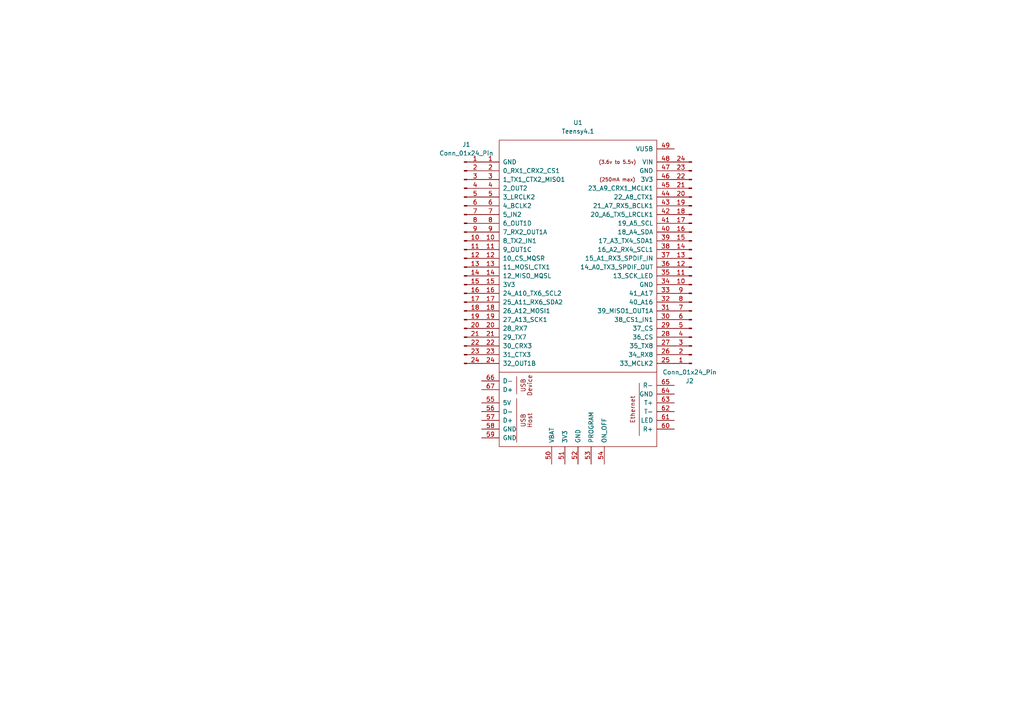
<source format=kicad_sch>
(kicad_sch (version 20231120) (generator "eeschema") (generator_version "8.0")
  (paper "A4")
  (lib_symbols
    (symbol "Connector:Conn_01x24_Pin" (pin_names (offset 1.016) hide)
      (property "Reference" "J" (at 0 30.48 0))
      (property "Value" "Conn_01x24_Pin" (at 0 -33.02 0))
      (symbol "Conn_01x24_Pin_1_1"
        (polyline (pts (xy 1.27 -30.48) (xy 0.8636 -30.48)) (stroke (width 0.1524)))
        (polyline (pts (xy 1.27 -27.94) (xy 0.8636 -27.94)) (stroke (width 0.1524)))
        (polyline (pts (xy 1.27 -25.4) (xy 0.8636 -25.4)) (stroke (width 0.1524)))
        (polyline (pts (xy 1.27 -22.86) (xy 0.8636 -22.86)) (stroke (width 0.1524)))
        (polyline (pts (xy 1.27 -20.32) (xy 0.8636 -20.32)) (stroke (width 0.1524)))
        (polyline (pts (xy 1.27 -17.78) (xy 0.8636 -17.78)) (stroke (width 0.1524)))
        (polyline (pts (xy 1.27 -15.24) (xy 0.8636 -15.24)) (stroke (width 0.1524)))
        (polyline (pts (xy 1.27 -12.7) (xy 0.8636 -12.7)) (stroke (width 0.1524)))
        (polyline (pts (xy 1.27 -10.16) (xy 0.8636 -10.16)) (stroke (width 0.1524)))
        (polyline (pts (xy 1.27 -7.62) (xy 0.8636 -7.62)) (stroke (width 0.1524)))
        (polyline (pts (xy 1.27 -5.08) (xy 0.8636 -5.08)) (stroke (width 0.1524)))
        (polyline (pts (xy 1.27 -2.54) (xy 0.8636 -2.54)) (stroke (width 0.1524)))
        (polyline (pts (xy 1.27 0) (xy 0.8636 0)) (stroke (width 0.1524)))
        (polyline (pts (xy 1.27 2.54) (xy 0.8636 2.54)) (stroke (width 0.1524)))
        (polyline (pts (xy 1.27 5.08) (xy 0.8636 5.08)) (stroke (width 0.1524)))
        (polyline (pts (xy 1.27 7.62) (xy 0.8636 7.62)) (stroke (width 0.1524)))
        (polyline (pts (xy 1.27 10.16) (xy 0.8636 10.16)) (stroke (width 0.1524)))
        (polyline (pts (xy 1.27 12.7) (xy 0.8636 12.7)) (stroke (width 0.1524)))
        (polyline (pts (xy 1.27 15.24) (xy 0.8636 15.24)) (stroke (width 0.1524)))
        (polyline (pts (xy 1.27 17.78) (xy 0.8636 17.78)) (stroke (width 0.1524)))
        (polyline (pts (xy 1.27 20.32) (xy 0.8636 20.32)) (stroke (width 0.1524)))
        (polyline (pts (xy 1.27 22.86) (xy 0.8636 22.86)) (stroke (width 0.1524)))
        (polyline (pts (xy 1.27 25.4) (xy 0.8636 25.4)) (stroke (width 0.1524)))
        (polyline (pts (xy 1.27 27.94) (xy 0.8636 27.94)) (stroke (width 0.1524)))
        (rectangle (start 0.8636 -30.353) (end 0 -30.607) (stroke (width 0.1524)) (fill (type outline)))
        (rectangle (start 0.8636 -27.813) (end 0 -28.067) (stroke (width 0.1524)) (fill (type outline)))
        (rectangle (start 0.8636 -25.273) (end 0 -25.527) (stroke (width 0.1524)) (fill (type outline)))
        (rectangle (start 0.8636 -22.733) (end 0 -22.987) (stroke (width 0.1524)) (fill (type outline)))
        (rectangle (start 0.8636 -20.193) (end 0 -20.447) (stroke (width 0.1524)) (fill (type outline)))
        (rectangle (start 0.8636 -17.653) (end 0 -17.907) (stroke (width 0.1524)) (fill (type outline)))
        (rectangle (start 0.8636 -15.113) (end 0 -15.367) (stroke (width 0.1524)) (fill (type outline)))
        (rectangle (start 0.8636 -12.573) (end 0 -12.827) (stroke (width 0.1524)) (fill (type outline)))
        (rectangle (start 0.8636 -10.033) (end 0 -10.287) (stroke (width 0.1524)) (fill (type outline)))
        (rectangle (start 0.8636 -7.493) (end 0 -7.747) (stroke (width 0.1524)) (fill (type outline)))
        (rectangle (start 0.8636 -4.953) (end 0 -5.207) (stroke (width 0.1524)) (fill (type outline)))
        (rectangle (start 0.8636 -2.413) (end 0 -2.667) (stroke (width 0.1524)) (fill (type outline)))
        (rectangle (start 0.8636 0.127) (end 0 -0.127) (stroke (width 0.1524)) (fill (type outline)))
        (rectangle (start 0.8636 2.667) (end 0 2.413) (stroke (width 0.1524)) (fill (type outline)))
        (rectangle (start 0.8636 5.207) (end 0 4.953) (stroke (width 0.1524)) (fill (type outline)))
        (rectangle (start 0.8636 7.747) (end 0 7.493) (stroke (width 0.1524)) (fill (type outline)))
        (rectangle (start 0.8636 10.287) (end 0 10.033) (stroke (width 0.1524)) (fill (type outline)))
        (rectangle (start 0.8636 12.827) (end 0 12.573) (stroke (width 0.1524)) (fill (type outline)))
        (rectangle (start 0.8636 15.367) (end 0 15.113) (stroke (width 0.1524)) (fill (type outline)))
        (rectangle (start 0.8636 17.907) (end 0 17.653) (stroke (width 0.1524)) (fill (type outline)))
        (rectangle (start 0.8636 20.447) (end 0 20.193) (stroke (width 0.1524)) (fill (type outline)))
        (rectangle (start 0.8636 22.987) (end 0 22.733) (stroke (width 0.1524)) (fill (type outline)))
        (rectangle (start 0.8636 25.527) (end 0 25.273) (stroke (width 0.1524)) (fill (type outline)))
        (rectangle (start 0.8636 28.067) (end 0 27.813) (stroke (width 0.1524)) (fill (type outline)))
        (pin passive line (at 5.08 27.94 180) (length 3.81) (name "Pin_1") (number "1"))
        (pin passive line (at 5.08 5.08 180) (length 3.81) (name "Pin_10") (number "10"))
        (pin passive line (at 5.08 2.54 180) (length 3.81) (name "Pin_11") (number "11"))
        (pin passive line (at 5.08 0 180) (length 3.81) (name "Pin_12") (number "12"))
        (pin passive line (at 5.08 -2.54 180) (length 3.81) (name "Pin_13") (number "13"))
        (pin passive line (at 5.08 -5.08 180) (length 3.81) (name "Pin_14") (number "14"))
        (pin passive line (at 5.08 -7.62 180) (length 3.81) (name "Pin_15") (number "15"))
        (pin passive line (at 5.08 -10.16 180) (length 3.81) (name "Pin_16") (number "16"))
        (pin passive line (at 5.08 -12.7 180) (length 3.81) (name "Pin_17") (number "17"))
        (pin passive line (at 5.08 -15.24 180) (length 3.81) (name "Pin_18") (number "18"))
        (pin passive line (at 5.08 -17.78 180) (length 3.81) (name "Pin_19") (number "19"))
        (pin passive line (at 5.08 25.4 180) (length 3.81) (name "Pin_2") (number "2"))
        (pin passive line (at 5.08 -20.32 180) (length 3.81) (name "Pin_20") (number "20"))
        (pin passive line (at 5.08 -22.86 180) (length 3.81) (name "Pin_21") (number "21"))
        (pin passive line (at 5.08 -25.4 180) (length 3.81) (name "Pin_22") (number "22"))
        (pin passive line (at 5.08 -27.94 180) (length 3.81) (name "Pin_23") (number "23"))
        (pin passive line (at 5.08 -30.48 180) (length 3.81) (name "Pin_24") (number "24"))
        (pin passive line (at 5.08 22.86 180) (length 3.81) (name "Pin_3") (number "3"))
        (pin passive line (at 5.08 20.32 180) (length 3.81) (name "Pin_4") (number "4"))
        (pin passive line (at 5.08 17.78 180) (length 3.81) (name "Pin_5") (number "5"))
        (pin passive line (at 5.08 15.24 180) (length 3.81) (name "Pin_6") (number "6"))
        (pin passive line (at 5.08 12.7 180) (length 3.81) (name "Pin_7") (number "7"))
        (pin passive line (at 5.08 10.16 180) (length 3.81) (name "Pin_8") (number "8"))
        (pin passive line (at 5.08 7.62 180) (length 3.81) (name "Pin_9") (number "9"))
      )
    )
    (symbol "teensy:Teensy4.1" (pin_names (offset 1.016))
      (property "Reference" "U" (at 0 64.77 0))
      (property "Value" "Teensy4.1" (at 0 62.23 0))
      (symbol "Teensy4.1_0_0"
        (polyline (pts (xy -22.86 -6.35) (xy 22.86 -6.35)))
        (polyline (pts (xy -17.78 -26.67) (xy -17.78 -13.97)))
        (polyline (pts (xy -17.78 -7.62) (xy -17.78 -12.7)))
        (polyline (pts (xy 17.78 -9.525) (xy 17.78 -24.765)))
        (text "(250mA max)" (at 11.43 49.53 0) (effects (font (size 1.016 1.016))))
        (text "(3.6v to 5.5v)" (at 11.43 54.61 0) (effects (font (size 1.016 1.016))))
        (text "Device" (at -13.97 -10.16 900) (effects (font (size 1.27 1.27))))
        (text "Ethernet" (at 15.875 -17.145 900) (effects (font (size 1.27 1.27))))
        (text "Host" (at -13.97 -20.32 900) (effects (font (size 1.27 1.27))))
        (text "USB" (at -15.875 -20.32 900) (effects (font (size 1.27 1.27))))
        (text "USB" (at -15.875 -10.16 900) (effects (font (size 1.27 1.27))))
        (pin bidirectional line (at -27.94 31.75 0) (length 5.08) (name "8_TX2_IN1") (number "10"))
        (pin bidirectional line (at -27.94 29.21 0) (length 5.08) (name "9_OUT1C") (number "11"))
        (pin bidirectional line (at -27.94 26.67 0) (length 5.08) (name "10_CS_MQSR") (number "12"))
        (pin bidirectional line (at -27.94 24.13 0) (length 5.08) (name "11_MOSI_CTX1") (number "13"))
        (pin bidirectional line (at -27.94 21.59 0) (length 5.08) (name "12_MISO_MQSL") (number "14"))
        (pin power_in line (at -27.94 19.05 0) (length 5.08) (name "3V3") (number "15"))
        (pin bidirectional line (at -27.94 16.51 0) (length 5.08) (name "24_A10_TX6_SCL2") (number "16"))
        (pin bidirectional line (at -27.94 13.97 0) (length 5.08) (name "25_A11_RX6_SDA2") (number "17"))
        (pin bidirectional line (at -27.94 11.43 0) (length 5.08) (name "26_A12_MOSI1") (number "18"))
        (pin bidirectional line (at -27.94 8.89 0) (length 5.08) (name "27_A13_SCK1") (number "19"))
        (pin bidirectional line (at -27.94 6.35 0) (length 5.08) (name "28_RX7") (number "20"))
        (pin bidirectional line (at -27.94 3.81 0) (length 5.08) (name "29_TX7") (number "21"))
        (pin bidirectional line (at -27.94 1.27 0) (length 5.08) (name "30_CRX3") (number "22"))
        (pin bidirectional line (at -27.94 -1.27 0) (length 5.08) (name "31_CTX3") (number "23"))
        (pin bidirectional line (at -27.94 -3.81 0) (length 5.08) (name "32_OUT1B") (number "24"))
        (pin bidirectional line (at 27.94 -3.81 180) (length 5.08) (name "33_MCLK2") (number "25"))
        (pin bidirectional line (at 27.94 -1.27 180) (length 5.08) (name "34_RX8") (number "26"))
        (pin bidirectional line (at 27.94 1.27 180) (length 5.08) (name "35_TX8") (number "27"))
        (pin bidirectional line (at 27.94 3.81 180) (length 5.08) (name "36_CS") (number "28"))
        (pin bidirectional line (at 27.94 6.35 180) (length 5.08) (name "37_CS") (number "29"))
        (pin bidirectional line (at 27.94 8.89 180) (length 5.08) (name "38_CS1_IN1") (number "30"))
        (pin bidirectional line (at 27.94 11.43 180) (length 5.08) (name "39_MISO1_OUT1A") (number "31"))
        (pin bidirectional line (at 27.94 13.97 180) (length 5.08) (name "40_A16") (number "32"))
        (pin bidirectional line (at 27.94 16.51 180) (length 5.08) (name "41_A17") (number "33"))
        (pin bidirectional line (at 27.94 21.59 180) (length 5.08) (name "13_SCK_LED") (number "35"))
        (pin bidirectional line (at 27.94 24.13 180) (length 5.08) (name "14_A0_TX3_SPDIF_OUT") (number "36"))
        (pin bidirectional line (at 27.94 26.67 180) (length 5.08) (name "15_A1_RX3_SPDIF_IN") (number "37"))
        (pin bidirectional line (at 27.94 29.21 180) (length 5.08) (name "16_A2_RX4_SCL1") (number "38"))
        (pin bidirectional line (at 27.94 31.75 180) (length 5.08) (name "17_A3_TX4_SDA1") (number "39"))
        (pin bidirectional line (at 27.94 34.29 180) (length 5.08) (name "18_A4_SDA") (number "40"))
        (pin bidirectional line (at 27.94 36.83 180) (length 5.08) (name "19_A5_SCL") (number "41"))
        (pin bidirectional line (at 27.94 39.37 180) (length 5.08) (name "20_A6_TX5_LRCLK1") (number "42"))
        (pin bidirectional line (at 27.94 41.91 180) (length 5.08) (name "21_A7_RX5_BCLK1") (number "43"))
        (pin bidirectional line (at 27.94 44.45 180) (length 5.08) (name "22_A8_CTX1") (number "44"))
        (pin bidirectional line (at 27.94 46.99 180) (length 5.08) (name "23_A9_CRX1_MCLK1") (number "45"))
        (pin output line (at 27.94 49.53 180) (length 5.08) (name "3V3") (number "46"))
        (pin output line (at 27.94 52.07 180) (length 5.08) (name "GND") (number "47"))
        (pin power_in line (at 27.94 54.61 180) (length 5.08) (name "VIN") (number "48"))
        (pin power_out line (at 27.94 58.42 180) (length 5.08) (name "VUSB") (number "49"))
        (pin bidirectional line (at -27.94 44.45 0) (length 5.08) (name "3_LRCLK2") (number "5"))
        (pin power_in line (at -7.62 -33.02 90) (length 5.08) (name "VBAT") (number "50"))
        (pin power_in line (at -3.81 -33.02 90) (length 5.08) (name "3V3") (number "51"))
        (pin input line (at 0 -33.02 90) (length 5.08) (name "GND") (number "52"))
        (pin input line (at 3.81 -33.02 90) (length 5.08) (name "PROGRAM") (number "53"))
        (pin input line (at 7.62 -33.02 90) (length 5.08) (name "ON_OFF") (number "54"))
        (pin power_out line (at -27.94 -15.24 0) (length 5.08) (name "5V") (number "55"))
        (pin bidirectional line (at -27.94 -17.78 0) (length 5.08) (name "D-") (number "56"))
        (pin bidirectional line (at -27.94 -20.32 0) (length 5.08) (name "D+") (number "57"))
        (pin power_in line (at -27.94 -22.86 0) (length 5.08) (name "GND") (number "58"))
        (pin power_in line (at -27.94 -25.4 0) (length 5.08) (name "GND") (number "59"))
        (pin bidirectional line (at -27.94 41.91 0) (length 5.08) (name "4_BCLK2") (number "6"))
        (pin bidirectional line (at 27.94 -22.86 180) (length 5.08) (name "R+") (number "60"))
        (pin bidirectional line (at 27.94 -20.32 180) (length 5.08) (name "LED") (number "61"))
        (pin bidirectional line (at 27.94 -17.78 180) (length 5.08) (name "T-") (number "62"))
        (pin bidirectional line (at 27.94 -15.24 180) (length 5.08) (name "T+") (number "63"))
        (pin power_in line (at 27.94 -12.7 180) (length 5.08) (name "GND") (number "64"))
        (pin bidirectional line (at 27.94 -10.16 180) (length 5.08) (name "R-") (number "65"))
        (pin bidirectional line (at -27.94 -8.89 0) (length 5.08) (name "D-") (number "66"))
        (pin bidirectional line (at -27.94 -11.43 0) (length 5.08) (name "D+") (number "67"))
        (pin bidirectional line (at -27.94 39.37 0) (length 5.08) (name "5_IN2") (number "7"))
        (pin bidirectional line (at -27.94 36.83 0) (length 5.08) (name "6_OUT1D") (number "8"))
        (pin bidirectional line (at -27.94 34.29 0) (length 5.08) (name "7_RX2_OUT1A") (number "9"))
      )
      (symbol "Teensy4.1_0_1"
        (rectangle (start -22.86 60.96) (end 22.86 -27.94))
        (rectangle (start -20.32 -1.27) (end -20.32 -1.27))
      )
      (symbol "Teensy4.1_1_1"
        (pin power_in line (at -27.94 54.61 0) (length 5.08) (name "GND") (number "1"))
        (pin bidirectional line (at -27.94 52.07 0) (length 5.08) (name "0_RX1_CRX2_CS1") (number "2"))
        (pin bidirectional line (at -27.94 49.53 0) (length 5.08) (name "1_TX1_CTX2_MISO1") (number "3"))
        (pin power_in line (at 27.94 19.05 180) (length 5.08) (name "GND") (number "34"))
        (pin bidirectional line (at -27.94 46.99 0) (length 5.08) (name "2_OUT2") (number "4"))
      )
    )
  )
  (symbol (lib_id "teensy:Teensy4.1") (at 167.64 101.6 0) (unit 1)
    (property "Reference" "U1" (at 167.64 35.56 0))
    (property "Value" "Teensy4.1" (at 167.64 38.1 0))
    (property "Footprint" "Teensy_footprints:Teensy41" (effects (hide yes)))
  )
  (symbol (lib_id "Connector:Conn_01x24_Pin") (at 134.62 74.93 0) (unit 1)
    (property "Reference" "J1" (at 135.255 41.91 0))
    (property "Value" "Conn_01x24_Pin" (at 135.255 44.45 0))
    (property "Footprint" "Connector_PinHeader_2.54mm:PinHeader_1x24_P2.54mm_Vertical" (effects (hide yes)))
    (property "Description" "Generic connector, single row, 01x24, script generated" (effects (hide yes)))
  )
  (symbol (lib_id "Connector:Conn_01x24_Pin") (at 200.66 77.47 180) (unit 1)
    (property "Reference" "J2" (at 200.025 110.49 0))
    (property "Value" "Conn_01x24_Pin" (at 200.025 107.95 0))
    (property "Footprint" "Connector_PinHeader_2.54mm:PinHeader_1x24_P2.54mm_Vertical" (effects (hide yes)))
    (property "Description" "Generic connector, single row, 01x24, script generated" (effects (hide yes)))
  )
)
</source>
